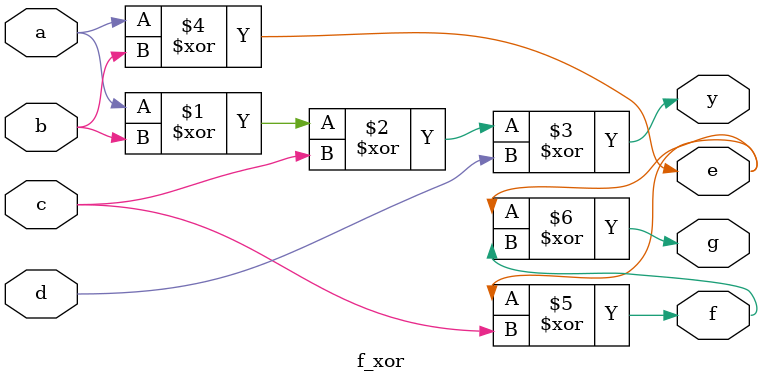
<source format=v>
`timescale 1ns / 1ps


module f_xor(
 input a,
 input b,
 input c,
 input d,
 output y,
 output e,
 output f,
 output g
   );
   
   
   assign y = a ^ b ^ c ^ d; //(A)
   assign e = a ^ b; //(B)
   assign f = e ^ c;
   assign g = e ^ f;
   
endmodule

</source>
